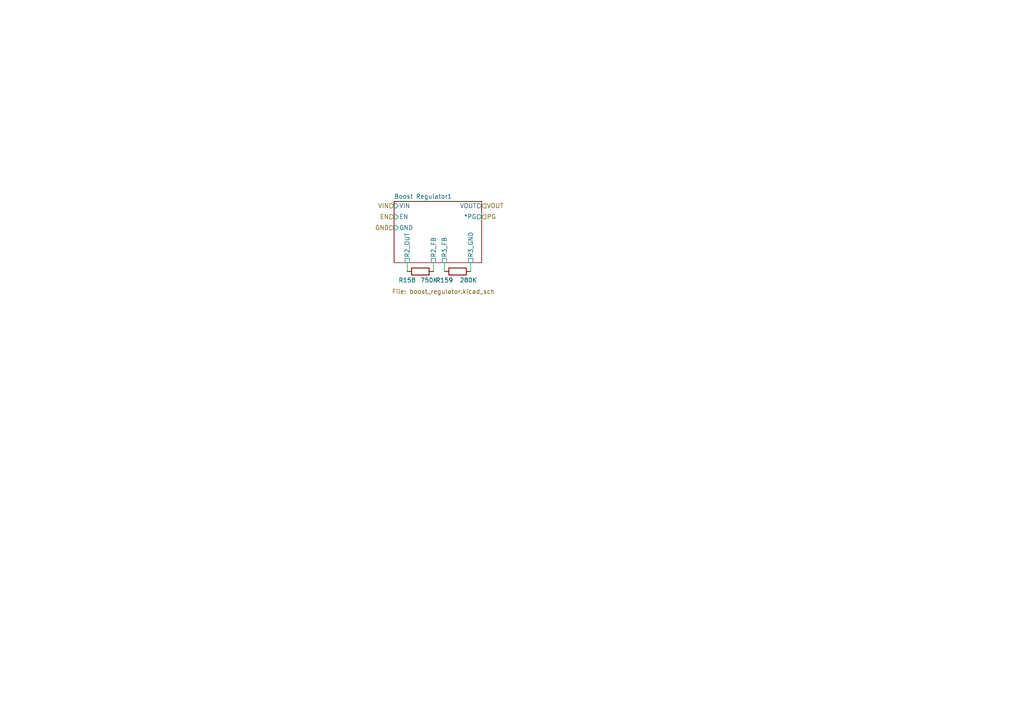
<source format=kicad_sch>
(kicad_sch (version 20231120) (generator "eeschema") (generator_version "8.0")
  (paper "A4")
  (lib_symbols
    (symbol "Device:R" (pin_numbers hide) (pin_names (offset 0))
      (property "Reference" "R" (at 2.032 0 90))
      (property "Value" "R" (at 0 0 90))
      (symbol "R_0_1"
        (rectangle (start -1.016 -2.54) (end 1.016 2.54) (stroke (width 0.254)))
      )
      (symbol "R_1_1"
        (pin passive line (at 0 3.81 270) (length 1.27) (name "~") (number "1"))
        (pin passive line (at 0 -3.81 90) (length 1.27) (name "~") (number "2"))
      )
    )
  )
  (wire (pts (xy 136.525 76.2) (xy 136.525 78.74)))
  (wire (pts (xy 128.905 76.2) (xy 128.905 78.74)))
  (wire (pts (xy 118.11 76.2) (xy 118.11 78.74)))
  (wire (pts (xy 125.73 76.2) (xy 125.73 78.74)))
  (hierarchical_label "GND" (shape input) (at 114.3 66.04 180))
  (hierarchical_label "VOUT" (shape input) (at 139.7 59.69 0))
  (hierarchical_label "EN" (shape input) (at 114.3 62.865 180))
  (hierarchical_label "PG" (shape input) (at 139.7 62.865 0))
  (hierarchical_label "VIN" (shape input) (at 114.3 59.69 180))
  (symbol (lib_id "Device:R") (at 132.715 78.74 90) (mirror x) (unit 1)
    (property "Reference" "R159" (at 131.4449 81.28 90) (effects (justify left)))
    (property "Value" "280K" (at 138.43 81.28 90) (effects (justify left)))
    (property "Footprint" "Resistor_SMD:R_0402_1005Metric_Pad0.72x0.64mm_HandSolder" (effects (hide yes)))
    (property "Description" "Resistor" (effects (hide yes)))
    (instances (project "EPS" (path "" (reference "R159") (unit 1)) (path "" (reference "R161") (unit 1))))
  )
  (symbol (lib_id "Device:R") (at 121.92 78.74 90) (mirror x) (unit 1)
    (property "Reference" "R158" (at 120.6499 81.28 90) (effects (justify left)))
    (property "Value" "750K" (at 127 81.28 90) (effects (justify left)))
    (property "Footprint" "Resistor_SMD:R_0402_1005Metric_Pad0.72x0.64mm_HandSolder" (effects (hide yes)))
    (property "Description" "Resistor" (effects (hide yes)))
    (instances (project "EPS" (path "" (reference "R158") (unit 1)) (path "" (reference "R160") (unit 1))))
  )
  (sheet (at 114.3 58.42) (size 25.4 17.78) (stroke (width 0.1524))
    (property "Sheetname" "Boost Regulator1" (at 114.3 57.7084 0) (effects (justify left bottom)))
    (property "Sheetfile" "boost_regulator.kicad_sch" (at 113.665 83.82 0) (effects (justify left top)))
    (pin "VIN" input (at 114.3 59.69 180))
    (pin "R3_FB" passive (at 128.905 76.2 270))
    (pin "R3_GND" passive (at 136.525 76.2 270))
    (pin "VOUT" output (at 139.7 59.69 0))
    (pin "R2_FB" passive (at 125.73 76.2 270))
    (pin "R2_OUT" passive (at 118.11 76.2 270))
    (pin "*PG" output (at 139.7 62.865 0))
    (pin "EN" input (at 114.3 62.865 180))
    (pin "GND" input (at 114.3 66.04 180))
  )
)
</source>
